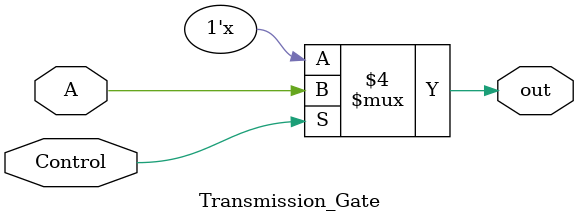
<source format=v>
module mux_tg ( I0, I1, Sel, y_out );

input I0, I1, Sel;
output  y_out;
wire w1;
not (w1,Sel);

Transmission_Gate f1( .A(I0), .Control(w1), .out(y_out) );
Transmission_Gate f2( .A(I1), .Control(Sel), .out(y_out) );
endmodule



module Transmission_Gate ( A, Control, out );
input A, Control;
output reg out;

always @ (A or Control )
begin
if (Control == 1)
out = A;
else
out = 1'bz;
end
endmodule

</source>
